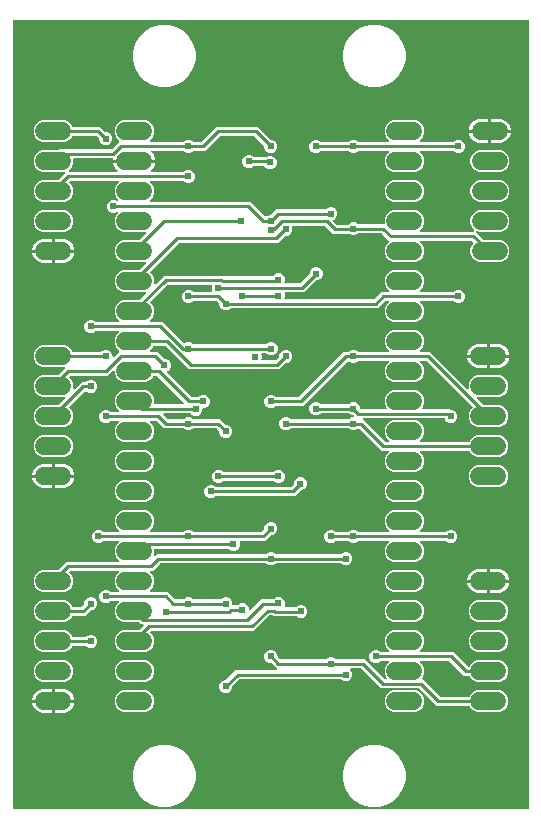
<source format=gbr>
G04 EAGLE Gerber RS-274X export*
G75*
%MOMM*%
%FSLAX34Y34*%
%LPD*%
%INBottom Copper*%
%IPPOS*%
%AMOC8*
5,1,8,0,0,1.08239X$1,22.5*%
G01*
G04 Define Apertures*
%ADD10C,1.524000*%
%ADD11C,0.604000*%
%ADD12C,0.254000*%
G36*
X446375Y10220D02*
X446078Y10160D01*
X10922Y10160D01*
X10647Y10211D01*
X10392Y10375D01*
X10220Y10625D01*
X10160Y10922D01*
X10160Y677928D01*
X10211Y678203D01*
X10375Y678458D01*
X10625Y678630D01*
X10922Y678690D01*
X446078Y678690D01*
X446353Y678639D01*
X446608Y678475D01*
X446780Y678225D01*
X446840Y677928D01*
X446840Y10922D01*
X446789Y10647D01*
X446625Y10392D01*
X446375Y10220D01*
G37*
%LPC*%
G36*
X312752Y621284D02*
X319708Y621284D01*
X326426Y623084D01*
X332450Y626562D01*
X337368Y631480D01*
X340846Y637504D01*
X342646Y644222D01*
X342646Y651178D01*
X340846Y657896D01*
X337368Y663920D01*
X332450Y668838D01*
X326426Y672316D01*
X319708Y674116D01*
X312752Y674116D01*
X306034Y672316D01*
X300010Y668838D01*
X295092Y663920D01*
X291614Y657896D01*
X289814Y651178D01*
X289814Y644222D01*
X291614Y637504D01*
X295092Y631480D01*
X300010Y626562D01*
X306034Y623084D01*
X312752Y621284D01*
G37*
G36*
X134952Y621284D02*
X141908Y621284D01*
X148626Y623084D01*
X154650Y626562D01*
X159568Y631480D01*
X163046Y637504D01*
X164846Y644222D01*
X164846Y651178D01*
X163046Y657896D01*
X159568Y663920D01*
X154650Y668838D01*
X148626Y672316D01*
X141908Y674116D01*
X134952Y674116D01*
X128234Y672316D01*
X122210Y668838D01*
X117292Y663920D01*
X113814Y657896D01*
X112014Y651178D01*
X112014Y644222D01*
X113814Y637504D01*
X117292Y631480D01*
X122210Y626562D01*
X128234Y623084D01*
X134952Y621284D01*
G37*
G36*
X396040Y585470D02*
X412550Y585470D01*
X412550Y594360D01*
X404179Y594360D01*
X400445Y592813D01*
X397587Y589955D01*
X396040Y586221D01*
X396040Y585470D01*
G37*
G36*
X415090Y585470D02*
X431600Y585470D01*
X431600Y586221D01*
X430053Y589955D01*
X427195Y592813D01*
X423461Y594360D01*
X415090Y594360D01*
X415090Y585470D01*
G37*
G36*
X87794Y572290D02*
X90006Y572290D01*
X92050Y573136D01*
X93614Y574701D01*
X94460Y576744D01*
X94460Y578956D01*
X93614Y581000D01*
X92050Y582564D01*
X90006Y583410D01*
X89044Y583410D01*
X88758Y583466D01*
X88505Y583633D01*
X84128Y588010D01*
X60898Y588010D01*
X60618Y588063D01*
X60364Y588229D01*
X60194Y588480D01*
X59822Y589380D01*
X57250Y591952D01*
X53889Y593344D01*
X35011Y593344D01*
X31650Y591952D01*
X29078Y589380D01*
X27686Y586019D01*
X27686Y582381D01*
X29078Y579020D01*
X31650Y576448D01*
X35011Y575056D01*
X53889Y575056D01*
X57250Y576448D01*
X59822Y579020D01*
X60194Y579920D01*
X60351Y580158D01*
X60601Y580330D01*
X60898Y580390D01*
X80656Y580390D01*
X80942Y580334D01*
X81195Y580167D01*
X83117Y578245D01*
X83280Y578003D01*
X83340Y577706D01*
X83340Y576744D01*
X84186Y574701D01*
X85751Y573136D01*
X87794Y572290D01*
G37*
G36*
X332191Y549656D02*
X351069Y549656D01*
X354430Y551048D01*
X357002Y553620D01*
X358394Y556981D01*
X358394Y560619D01*
X357002Y563980D01*
X354592Y566389D01*
X354439Y566609D01*
X354370Y566904D01*
X354420Y567203D01*
X354584Y567458D01*
X354834Y567630D01*
X355131Y567690D01*
X382981Y567690D01*
X383267Y567634D01*
X383520Y567467D01*
X384201Y566786D01*
X386244Y565940D01*
X388456Y565940D01*
X390500Y566786D01*
X392064Y568351D01*
X392910Y570394D01*
X392910Y572606D01*
X392064Y574650D01*
X390500Y576214D01*
X388456Y577060D01*
X386244Y577060D01*
X384201Y576214D01*
X383520Y575533D01*
X383279Y575370D01*
X382981Y575310D01*
X355131Y575310D01*
X354868Y575357D01*
X354610Y575516D01*
X354434Y575764D01*
X354369Y576060D01*
X354425Y576358D01*
X354592Y576611D01*
X357002Y579020D01*
X358394Y582381D01*
X358394Y586019D01*
X357002Y589380D01*
X354430Y591952D01*
X351069Y593344D01*
X332191Y593344D01*
X328830Y591952D01*
X326258Y589380D01*
X324866Y586019D01*
X324866Y582381D01*
X326258Y579020D01*
X328668Y576611D01*
X328821Y576391D01*
X328890Y576096D01*
X328840Y575797D01*
X328676Y575542D01*
X328426Y575370D01*
X328129Y575310D01*
X302819Y575310D01*
X302533Y575366D01*
X302280Y575533D01*
X301600Y576214D01*
X299556Y577060D01*
X297344Y577060D01*
X295301Y576214D01*
X294620Y575533D01*
X294379Y575370D01*
X294081Y575310D01*
X271069Y575310D01*
X270783Y575366D01*
X270530Y575533D01*
X269850Y576214D01*
X267806Y577060D01*
X265594Y577060D01*
X263551Y576214D01*
X261986Y574650D01*
X261140Y572606D01*
X261140Y570394D01*
X261986Y568351D01*
X263551Y566786D01*
X265594Y565940D01*
X267806Y565940D01*
X269850Y566786D01*
X270530Y567467D01*
X270771Y567630D01*
X271069Y567690D01*
X294081Y567690D01*
X294367Y567634D01*
X294620Y567467D01*
X295301Y566786D01*
X297344Y565940D01*
X299556Y565940D01*
X301600Y566786D01*
X302280Y567467D01*
X302521Y567630D01*
X302819Y567690D01*
X328129Y567690D01*
X328392Y567643D01*
X328650Y567484D01*
X328826Y567236D01*
X328891Y566940D01*
X328835Y566642D01*
X328668Y566389D01*
X326258Y563980D01*
X324866Y560619D01*
X324866Y556981D01*
X326258Y553620D01*
X328830Y551048D01*
X332191Y549656D01*
G37*
G36*
X103591Y321056D02*
X122469Y321056D01*
X125830Y322448D01*
X128402Y325020D01*
X129794Y328381D01*
X129794Y332019D01*
X128402Y335380D01*
X125992Y337789D01*
X125839Y338009D01*
X125770Y338304D01*
X125820Y338603D01*
X125984Y338858D01*
X126234Y339030D01*
X126531Y339090D01*
X131456Y339090D01*
X131742Y339034D01*
X131995Y338867D01*
X138122Y332740D01*
X154381Y332740D01*
X154667Y332684D01*
X154920Y332517D01*
X155601Y331836D01*
X157644Y330990D01*
X159856Y330990D01*
X161900Y331836D01*
X162580Y332517D01*
X162821Y332680D01*
X163119Y332740D01*
X182256Y332740D01*
X182542Y332684D01*
X182795Y332517D01*
X184717Y330595D01*
X184880Y330353D01*
X184940Y330056D01*
X184940Y329094D01*
X185786Y327051D01*
X187351Y325486D01*
X189394Y324640D01*
X191606Y324640D01*
X193650Y325486D01*
X195214Y327051D01*
X196060Y329094D01*
X196060Y331306D01*
X195214Y333350D01*
X193650Y334914D01*
X191606Y335760D01*
X190644Y335760D01*
X190358Y335816D01*
X190105Y335983D01*
X185728Y340360D01*
X163119Y340360D01*
X162833Y340416D01*
X162580Y340583D01*
X161900Y341264D01*
X159856Y342110D01*
X157644Y342110D01*
X155601Y341264D01*
X154920Y340583D01*
X154679Y340420D01*
X154381Y340360D01*
X141594Y340360D01*
X141308Y340416D01*
X141055Y340583D01*
X137499Y344139D01*
X137346Y344359D01*
X137276Y344654D01*
X137327Y344953D01*
X137490Y345208D01*
X137741Y345380D01*
X138038Y345440D01*
X160251Y345440D01*
X160537Y345384D01*
X160790Y345217D01*
X161951Y344056D01*
X163994Y343210D01*
X166206Y343210D01*
X168250Y344056D01*
X169814Y345621D01*
X170660Y347664D01*
X170660Y349278D01*
X170711Y349553D01*
X170875Y349808D01*
X171125Y349980D01*
X171422Y350040D01*
X172556Y350040D01*
X174600Y350886D01*
X176164Y352451D01*
X177010Y354494D01*
X177010Y356706D01*
X176164Y358750D01*
X174600Y360314D01*
X172556Y361160D01*
X170344Y361160D01*
X168301Y360314D01*
X167620Y359633D01*
X167379Y359470D01*
X167081Y359410D01*
X161210Y359410D01*
X160924Y359466D01*
X160671Y359633D01*
X140504Y379800D01*
X140349Y380025D01*
X140281Y380320D01*
X140335Y380619D01*
X140500Y380873D01*
X140752Y381043D01*
X141612Y381399D01*
X143176Y382963D01*
X144023Y385007D01*
X144023Y387219D01*
X143176Y389262D01*
X141612Y390826D01*
X139569Y391673D01*
X138606Y391673D01*
X138320Y391728D01*
X138068Y391896D01*
X132453Y397510D01*
X126531Y397510D01*
X126268Y397557D01*
X126010Y397716D01*
X125834Y397964D01*
X125769Y398260D01*
X125825Y398558D01*
X125992Y398811D01*
X128402Y401220D01*
X128774Y402120D01*
X128931Y402358D01*
X129181Y402530D01*
X129478Y402590D01*
X138640Y402590D01*
X138926Y402534D01*
X139179Y402367D01*
X158966Y382580D01*
X235568Y382580D01*
X240905Y387917D01*
X241147Y388080D01*
X241444Y388140D01*
X242406Y388140D01*
X244450Y388986D01*
X246014Y390551D01*
X246860Y392594D01*
X246860Y394806D01*
X246014Y396850D01*
X244450Y398414D01*
X242406Y399260D01*
X240194Y399260D01*
X238151Y398414D01*
X236586Y396850D01*
X235740Y394806D01*
X235740Y393844D01*
X235684Y393558D01*
X235517Y393305D01*
X232635Y390423D01*
X232393Y390260D01*
X232096Y390200D01*
X221074Y390200D01*
X220805Y390249D01*
X220548Y390410D01*
X220374Y390659D01*
X220312Y390956D01*
X220370Y391254D01*
X220726Y392114D01*
X220726Y394326D01*
X220370Y395186D01*
X220312Y395454D01*
X220363Y395753D01*
X220526Y396008D01*
X220776Y396180D01*
X221074Y396240D01*
X224457Y396240D01*
X224743Y396184D01*
X224996Y396017D01*
X225677Y395336D01*
X227720Y394490D01*
X229932Y394490D01*
X231976Y395336D01*
X233540Y396901D01*
X234386Y398944D01*
X234386Y401156D01*
X233540Y403200D01*
X231976Y404764D01*
X229932Y405610D01*
X227720Y405610D01*
X225677Y404764D01*
X224996Y404083D01*
X224755Y403920D01*
X224457Y403860D01*
X163119Y403860D01*
X162833Y403916D01*
X162580Y404083D01*
X161900Y404764D01*
X159856Y405610D01*
X157644Y405610D01*
X155465Y404707D01*
X155185Y404649D01*
X154887Y404705D01*
X154634Y404872D01*
X136597Y422910D01*
X126531Y422910D01*
X126268Y422957D01*
X126010Y423116D01*
X125834Y423364D01*
X125769Y423660D01*
X125825Y423958D01*
X125992Y424211D01*
X128402Y426620D01*
X129794Y429981D01*
X129794Y433619D01*
X128402Y436980D01*
X126539Y438843D01*
X126381Y439073D01*
X126316Y439370D01*
X126371Y439668D01*
X126539Y439921D01*
X140745Y454127D01*
X140987Y454290D01*
X141284Y454350D01*
X178242Y454350D01*
X178511Y454301D01*
X178768Y454140D01*
X178942Y453891D01*
X179004Y453594D01*
X178946Y453296D01*
X178590Y452436D01*
X178590Y450224D01*
X178946Y449364D01*
X179004Y449096D01*
X178953Y448797D01*
X178790Y448542D01*
X178540Y448370D01*
X178242Y448310D01*
X163119Y448310D01*
X162833Y448366D01*
X162580Y448533D01*
X161900Y449214D01*
X159856Y450060D01*
X157644Y450060D01*
X155601Y449214D01*
X154036Y447650D01*
X153190Y445606D01*
X153190Y443394D01*
X154036Y441351D01*
X155601Y439786D01*
X157644Y438940D01*
X159856Y438940D01*
X161900Y439786D01*
X162580Y440467D01*
X162821Y440630D01*
X163119Y440690D01*
X182256Y440690D01*
X182542Y440634D01*
X182795Y440467D01*
X184717Y438545D01*
X184880Y438303D01*
X184940Y438006D01*
X184940Y437044D01*
X185786Y435001D01*
X187351Y433436D01*
X189394Y432590D01*
X191606Y432590D01*
X193650Y433436D01*
X194330Y434117D01*
X194571Y434280D01*
X194869Y434340D01*
X319078Y434340D01*
X325205Y440467D01*
X325447Y440630D01*
X325744Y440690D01*
X328129Y440690D01*
X328392Y440643D01*
X328650Y440484D01*
X328826Y440236D01*
X328891Y439940D01*
X328835Y439642D01*
X328668Y439389D01*
X326258Y436980D01*
X324866Y433619D01*
X324866Y429981D01*
X326258Y426620D01*
X328830Y424048D01*
X332191Y422656D01*
X351069Y422656D01*
X354430Y424048D01*
X357002Y426620D01*
X358394Y429981D01*
X358394Y433619D01*
X357002Y436980D01*
X354592Y439389D01*
X354439Y439609D01*
X354370Y439904D01*
X354420Y440203D01*
X354584Y440458D01*
X354834Y440630D01*
X355131Y440690D01*
X382981Y440690D01*
X383267Y440634D01*
X383520Y440467D01*
X384201Y439786D01*
X386244Y438940D01*
X388456Y438940D01*
X390500Y439786D01*
X392064Y441351D01*
X392910Y443394D01*
X392910Y445606D01*
X392064Y447650D01*
X390500Y449214D01*
X388456Y450060D01*
X386244Y450060D01*
X384201Y449214D01*
X383520Y448533D01*
X383279Y448370D01*
X382981Y448310D01*
X355131Y448310D01*
X354868Y448357D01*
X354610Y448516D01*
X354434Y448764D01*
X354369Y449060D01*
X354425Y449358D01*
X354592Y449611D01*
X357002Y452020D01*
X358394Y455381D01*
X358394Y459019D01*
X357002Y462380D01*
X354430Y464952D01*
X351069Y466344D01*
X332191Y466344D01*
X328830Y464952D01*
X326258Y462380D01*
X324866Y459019D01*
X324866Y455381D01*
X326258Y452020D01*
X328668Y449611D01*
X328821Y449391D01*
X328890Y449096D01*
X328840Y448797D01*
X328676Y448542D01*
X328426Y448370D01*
X328129Y448310D01*
X322272Y448310D01*
X316145Y442183D01*
X315903Y442020D01*
X315606Y441960D01*
X240858Y441960D01*
X240589Y442009D01*
X240332Y442170D01*
X240158Y442419D01*
X240096Y442716D01*
X240154Y443014D01*
X240510Y443874D01*
X240510Y446086D01*
X240154Y446946D01*
X240096Y447214D01*
X240147Y447513D01*
X240310Y447768D01*
X240560Y447940D01*
X240858Y448000D01*
X256538Y448000D01*
X266305Y457767D01*
X266547Y457930D01*
X266844Y457990D01*
X268032Y457990D01*
X270076Y458836D01*
X271640Y460401D01*
X272486Y462444D01*
X272486Y464656D01*
X271640Y466700D01*
X270076Y468264D01*
X268032Y469110D01*
X265820Y469110D01*
X263777Y468264D01*
X262212Y466700D01*
X261366Y464656D01*
X261366Y463920D01*
X261310Y463634D01*
X261143Y463381D01*
X253605Y455843D01*
X253363Y455680D01*
X253066Y455620D01*
X240858Y455620D01*
X240589Y455669D01*
X240332Y455830D01*
X240158Y456079D01*
X240096Y456376D01*
X240154Y456674D01*
X240510Y457534D01*
X240510Y459746D01*
X239664Y461790D01*
X238100Y463354D01*
X236056Y464200D01*
X233844Y464200D01*
X231801Y463354D01*
X230191Y461744D01*
X230107Y461616D01*
X229857Y461444D01*
X229559Y461384D01*
X189459Y461384D01*
X189173Y461440D01*
X188920Y461607D01*
X188557Y461970D01*
X137812Y461970D01*
X131095Y455253D01*
X130875Y455100D01*
X130580Y455030D01*
X130281Y455081D01*
X130026Y455244D01*
X129854Y455495D01*
X129794Y455792D01*
X129794Y459019D01*
X128402Y462380D01*
X126539Y464243D01*
X126381Y464473D01*
X126316Y464770D01*
X126371Y465068D01*
X126539Y465321D01*
X150791Y489573D01*
X151033Y489736D01*
X151330Y489796D01*
X234834Y489796D01*
X240425Y495387D01*
X240667Y495550D01*
X240964Y495610D01*
X242406Y495610D01*
X244450Y496456D01*
X246014Y498021D01*
X246860Y500064D01*
X246860Y502276D01*
X246504Y503136D01*
X246446Y503404D01*
X246497Y503703D01*
X246660Y503958D01*
X246910Y504130D01*
X247208Y504190D01*
X274197Y504190D01*
X274483Y504134D01*
X274736Y503967D01*
X281343Y497360D01*
X294561Y497360D01*
X294847Y497304D01*
X295100Y497137D01*
X295301Y496936D01*
X297344Y496090D01*
X299556Y496090D01*
X301600Y496936D01*
X302280Y497617D01*
X302521Y497780D01*
X302819Y497840D01*
X321956Y497840D01*
X322242Y497784D01*
X322495Y497617D01*
X328756Y491356D01*
X328914Y491125D01*
X328979Y490829D01*
X328924Y490531D01*
X328756Y490278D01*
X326258Y487780D01*
X324866Y484419D01*
X324866Y480781D01*
X326258Y477420D01*
X328830Y474848D01*
X332191Y473456D01*
X351069Y473456D01*
X354430Y474848D01*
X357002Y477420D01*
X358394Y480781D01*
X358394Y484419D01*
X357002Y487780D01*
X354592Y490189D01*
X354439Y490409D01*
X354370Y490704D01*
X354420Y491003D01*
X354584Y491258D01*
X354834Y491430D01*
X355131Y491490D01*
X397881Y491490D01*
X398127Y491449D01*
X398389Y491296D01*
X399676Y490145D01*
X399864Y489885D01*
X399929Y489589D01*
X399874Y489291D01*
X399706Y489038D01*
X398448Y487780D01*
X397056Y484419D01*
X397056Y480781D01*
X398448Y477420D01*
X401020Y474848D01*
X404381Y473456D01*
X423259Y473456D01*
X426620Y474848D01*
X429192Y477420D01*
X430584Y480781D01*
X430584Y484419D01*
X429192Y487780D01*
X426620Y490352D01*
X423259Y491744D01*
X409606Y491744D01*
X409360Y491785D01*
X409098Y491938D01*
X402263Y498055D01*
X402232Y498084D01*
X402103Y498213D01*
X401953Y498427D01*
X401881Y498721D01*
X401929Y499021D01*
X402091Y499277D01*
X402339Y499451D01*
X402636Y499513D01*
X402934Y499456D01*
X404381Y498856D01*
X423259Y498856D01*
X426620Y500248D01*
X429192Y502820D01*
X430584Y506181D01*
X430584Y509819D01*
X429192Y513180D01*
X426620Y515752D01*
X423259Y517144D01*
X404381Y517144D01*
X401020Y515752D01*
X398448Y513180D01*
X397056Y509819D01*
X397056Y506181D01*
X398448Y502820D01*
X400815Y500454D01*
X400949Y500272D01*
X401035Y499981D01*
X401001Y499680D01*
X400852Y499416D01*
X400611Y499231D01*
X400318Y499154D01*
X399543Y499111D01*
X399501Y499110D01*
X355131Y499110D01*
X354868Y499157D01*
X354610Y499316D01*
X354434Y499564D01*
X354369Y499860D01*
X354425Y500158D01*
X354592Y500411D01*
X357002Y502820D01*
X358394Y506181D01*
X358394Y509819D01*
X357002Y513180D01*
X354430Y515752D01*
X351069Y517144D01*
X332191Y517144D01*
X328830Y515752D01*
X326258Y513180D01*
X324866Y509819D01*
X324866Y506222D01*
X324815Y505947D01*
X324651Y505692D01*
X324401Y505520D01*
X324104Y505460D01*
X302819Y505460D01*
X302533Y505516D01*
X302280Y505683D01*
X301600Y506364D01*
X299556Y507210D01*
X297344Y507210D01*
X295301Y506364D01*
X294140Y505203D01*
X293899Y505040D01*
X293601Y504980D01*
X284815Y504980D01*
X284529Y505036D01*
X284276Y505203D01*
X281442Y508037D01*
X281286Y508262D01*
X281219Y508558D01*
X281272Y508856D01*
X281438Y509111D01*
X281689Y509280D01*
X282550Y509636D01*
X284114Y511201D01*
X284960Y513244D01*
X284960Y515456D01*
X284114Y517500D01*
X282550Y519064D01*
X280506Y519910D01*
X278294Y519910D01*
X276251Y519064D01*
X275570Y518383D01*
X275329Y518220D01*
X275031Y518160D01*
X233372Y518160D01*
X228995Y513783D01*
X228753Y513620D01*
X228456Y513560D01*
X227494Y513560D01*
X225451Y512714D01*
X224770Y512033D01*
X224529Y511870D01*
X224231Y511810D01*
X224144Y511810D01*
X223858Y511866D01*
X223605Y512033D01*
X211128Y524510D01*
X126531Y524510D01*
X126268Y524557D01*
X126010Y524716D01*
X125834Y524964D01*
X125769Y525260D01*
X125825Y525558D01*
X125992Y525811D01*
X128402Y528220D01*
X129794Y531581D01*
X129794Y535219D01*
X128402Y538580D01*
X125992Y540989D01*
X125839Y541209D01*
X125770Y541504D01*
X125820Y541803D01*
X125984Y542058D01*
X126234Y542230D01*
X126531Y542290D01*
X154381Y542290D01*
X154667Y542234D01*
X154920Y542067D01*
X155601Y541386D01*
X157644Y540540D01*
X159856Y540540D01*
X161900Y541386D01*
X163464Y542951D01*
X164310Y544994D01*
X164310Y547206D01*
X163464Y549250D01*
X161900Y550814D01*
X159856Y551660D01*
X157644Y551660D01*
X155601Y550814D01*
X154920Y550133D01*
X154679Y549970D01*
X154381Y549910D01*
X127968Y549910D01*
X127705Y549957D01*
X127447Y550116D01*
X127271Y550364D01*
X127206Y550660D01*
X127262Y550958D01*
X127429Y551211D01*
X129263Y553045D01*
X130810Y556779D01*
X130810Y557530D01*
X95250Y557530D01*
X95250Y556779D01*
X96797Y553045D01*
X98631Y551211D01*
X98784Y550991D01*
X98854Y550696D01*
X98803Y550397D01*
X98639Y550142D01*
X98389Y549970D01*
X98092Y549910D01*
X57951Y549910D01*
X57688Y549957D01*
X57430Y550116D01*
X57254Y550364D01*
X57189Y550660D01*
X57245Y550958D01*
X57412Y551211D01*
X59822Y553620D01*
X61214Y556981D01*
X61214Y560578D01*
X61265Y560853D01*
X61429Y561108D01*
X61679Y561280D01*
X61976Y561340D01*
X94488Y561340D01*
X94763Y561289D01*
X95018Y561125D01*
X95190Y560875D01*
X95250Y560578D01*
X95250Y560070D01*
X130810Y560070D01*
X130810Y560821D01*
X129263Y564555D01*
X127429Y566389D01*
X127276Y566609D01*
X127206Y566904D01*
X127257Y567203D01*
X127421Y567458D01*
X127671Y567630D01*
X127968Y567690D01*
X154381Y567690D01*
X154667Y567634D01*
X154920Y567467D01*
X155601Y566786D01*
X157644Y565940D01*
X159856Y565940D01*
X161900Y566786D01*
X162580Y567467D01*
X162821Y567630D01*
X163119Y567690D01*
X173028Y567690D01*
X185505Y580167D01*
X185747Y580330D01*
X186044Y580390D01*
X214006Y580390D01*
X214292Y580334D01*
X214545Y580167D01*
X222817Y571895D01*
X222980Y571653D01*
X223040Y571356D01*
X223040Y570394D01*
X223886Y568351D01*
X225451Y566786D01*
X227494Y565940D01*
X229706Y565940D01*
X231750Y566786D01*
X233314Y568351D01*
X234160Y570394D01*
X234160Y572606D01*
X233314Y574650D01*
X231750Y576214D01*
X229706Y577060D01*
X228744Y577060D01*
X228458Y577116D01*
X228205Y577283D01*
X217478Y588010D01*
X182572Y588010D01*
X170095Y575533D01*
X169853Y575370D01*
X169556Y575310D01*
X163119Y575310D01*
X162833Y575366D01*
X162580Y575533D01*
X161900Y576214D01*
X159856Y577060D01*
X157644Y577060D01*
X155601Y576214D01*
X154920Y575533D01*
X154679Y575370D01*
X154381Y575310D01*
X126531Y575310D01*
X126268Y575357D01*
X126010Y575516D01*
X125834Y575764D01*
X125769Y576060D01*
X125825Y576358D01*
X125992Y576611D01*
X128402Y579020D01*
X129794Y582381D01*
X129794Y586019D01*
X128402Y589380D01*
X125830Y591952D01*
X122469Y593344D01*
X103591Y593344D01*
X100230Y591952D01*
X97658Y589380D01*
X96266Y586019D01*
X96266Y582381D01*
X97658Y579020D01*
X100156Y576522D01*
X100314Y576292D01*
X100379Y575995D01*
X100324Y575697D01*
X100156Y575444D01*
X93895Y569183D01*
X93653Y569020D01*
X93356Y568960D01*
X49222Y568960D01*
X48429Y568167D01*
X48187Y568004D01*
X47890Y567944D01*
X35011Y567944D01*
X31650Y566552D01*
X29078Y563980D01*
X27686Y560619D01*
X27686Y556981D01*
X29078Y553620D01*
X31650Y551048D01*
X35011Y549656D01*
X53478Y549656D01*
X53742Y549609D01*
X54000Y549450D01*
X54175Y549202D01*
X54240Y548906D01*
X54185Y548608D01*
X54017Y548355D01*
X48429Y542767D01*
X48187Y542604D01*
X47890Y542544D01*
X35011Y542544D01*
X31650Y541152D01*
X29078Y538580D01*
X27686Y535219D01*
X27686Y531581D01*
X29078Y528220D01*
X31650Y525648D01*
X35011Y524256D01*
X53889Y524256D01*
X57250Y525648D01*
X59822Y528220D01*
X61214Y531581D01*
X61214Y535219D01*
X59822Y538580D01*
X57959Y540443D01*
X57801Y540673D01*
X57736Y540970D01*
X57791Y541268D01*
X57959Y541521D01*
X58505Y542067D01*
X58747Y542230D01*
X59044Y542290D01*
X99529Y542290D01*
X99792Y542243D01*
X100050Y542084D01*
X100226Y541836D01*
X100291Y541540D01*
X100235Y541242D01*
X100068Y540989D01*
X97658Y538580D01*
X96266Y535219D01*
X96266Y531581D01*
X97658Y528220D01*
X99217Y526662D01*
X99367Y526448D01*
X99439Y526153D01*
X99391Y525854D01*
X99229Y525597D01*
X98980Y525424D01*
X98684Y525361D01*
X98386Y525419D01*
X96356Y526260D01*
X94144Y526260D01*
X92101Y525414D01*
X90536Y523850D01*
X89690Y521806D01*
X89690Y519594D01*
X90536Y517551D01*
X92101Y515986D01*
X94144Y515140D01*
X96356Y515140D01*
X98386Y515981D01*
X98641Y516038D01*
X98941Y515992D01*
X99199Y515833D01*
X99375Y515585D01*
X99440Y515289D01*
X99384Y514991D01*
X99217Y514738D01*
X97658Y513180D01*
X96266Y509819D01*
X96266Y506181D01*
X97658Y502820D01*
X100230Y500248D01*
X103591Y498856D01*
X122058Y498856D01*
X122322Y498809D01*
X122580Y498650D01*
X122755Y498402D01*
X122820Y498106D01*
X122765Y497808D01*
X122597Y497555D01*
X117009Y491967D01*
X116767Y491804D01*
X116470Y491744D01*
X103591Y491744D01*
X100230Y490352D01*
X97658Y487780D01*
X96266Y484419D01*
X96266Y480781D01*
X97658Y477420D01*
X100230Y474848D01*
X103591Y473456D01*
X122058Y473456D01*
X122322Y473409D01*
X122580Y473250D01*
X122755Y473002D01*
X122820Y472706D01*
X122765Y472408D01*
X122597Y472155D01*
X117009Y466567D01*
X116767Y466404D01*
X116470Y466344D01*
X103591Y466344D01*
X100230Y464952D01*
X97658Y462380D01*
X96266Y459019D01*
X96266Y455381D01*
X97658Y452020D01*
X100230Y449448D01*
X103591Y448056D01*
X122058Y448056D01*
X122322Y448009D01*
X122580Y447850D01*
X122755Y447602D01*
X122820Y447306D01*
X122765Y447008D01*
X122597Y446755D01*
X117009Y441167D01*
X116767Y441004D01*
X116470Y440944D01*
X103591Y440944D01*
X100230Y439552D01*
X97658Y436980D01*
X96266Y433619D01*
X96266Y429981D01*
X97658Y426620D01*
X100068Y424211D01*
X100221Y423991D01*
X100290Y423696D01*
X100240Y423397D01*
X100076Y423142D01*
X99826Y422970D01*
X99529Y422910D01*
X80569Y422910D01*
X80283Y422966D01*
X80030Y423133D01*
X79350Y423814D01*
X77306Y424660D01*
X75094Y424660D01*
X73051Y423814D01*
X71486Y422250D01*
X70640Y420206D01*
X70640Y417994D01*
X71486Y415951D01*
X73051Y414386D01*
X75094Y413540D01*
X77306Y413540D01*
X79350Y414386D01*
X80030Y415067D01*
X80271Y415230D01*
X80569Y415290D01*
X99529Y415290D01*
X99792Y415243D01*
X100050Y415084D01*
X100226Y414836D01*
X100291Y414540D01*
X100235Y414242D01*
X100068Y413989D01*
X97658Y411580D01*
X96266Y408219D01*
X96266Y404581D01*
X97658Y401220D01*
X100156Y398722D01*
X100314Y398492D01*
X100379Y398195D01*
X100324Y397897D01*
X100156Y397644D01*
X95761Y393249D01*
X95541Y393096D01*
X95246Y393026D01*
X94947Y393077D01*
X94692Y393240D01*
X94520Y393491D01*
X94460Y393788D01*
X94460Y394806D01*
X93614Y396850D01*
X92050Y398414D01*
X90006Y399260D01*
X87794Y399260D01*
X85751Y398414D01*
X85070Y397733D01*
X84829Y397570D01*
X84531Y397510D01*
X60898Y397510D01*
X60618Y397563D01*
X60364Y397729D01*
X60194Y397980D01*
X59822Y398880D01*
X57250Y401452D01*
X53889Y402844D01*
X35011Y402844D01*
X31650Y401452D01*
X29078Y398880D01*
X27686Y395519D01*
X27686Y391881D01*
X29078Y388520D01*
X31650Y385948D01*
X35011Y384556D01*
X53478Y384556D01*
X53742Y384509D01*
X54000Y384350D01*
X54175Y384102D01*
X54240Y383806D01*
X54185Y383508D01*
X54017Y383255D01*
X48429Y377667D01*
X48187Y377504D01*
X47890Y377444D01*
X35011Y377444D01*
X31650Y376052D01*
X29078Y373480D01*
X27686Y370119D01*
X27686Y366481D01*
X29078Y363120D01*
X31650Y360548D01*
X35011Y359156D01*
X53478Y359156D01*
X53742Y359109D01*
X54000Y358950D01*
X54175Y358702D01*
X54240Y358406D01*
X54185Y358108D01*
X54017Y357855D01*
X48429Y352267D01*
X48187Y352104D01*
X47890Y352044D01*
X35011Y352044D01*
X31650Y350652D01*
X29078Y348080D01*
X27686Y344719D01*
X27686Y341081D01*
X29078Y337720D01*
X31650Y335148D01*
X35011Y333756D01*
X53889Y333756D01*
X57250Y335148D01*
X59822Y337720D01*
X61214Y341081D01*
X61214Y344719D01*
X59822Y348080D01*
X57959Y349943D01*
X57801Y350173D01*
X57736Y350470D01*
X57791Y350768D01*
X57959Y351021D01*
X71205Y364267D01*
X71447Y364430D01*
X71744Y364490D01*
X71831Y364490D01*
X72117Y364434D01*
X72370Y364267D01*
X73051Y363586D01*
X75094Y362740D01*
X77306Y362740D01*
X79350Y363586D01*
X80914Y365151D01*
X81760Y367194D01*
X81760Y369406D01*
X80914Y371450D01*
X79350Y373014D01*
X77306Y373860D01*
X75094Y373860D01*
X73051Y373014D01*
X72370Y372333D01*
X72129Y372170D01*
X71831Y372110D01*
X68272Y372110D01*
X62515Y366353D01*
X62295Y366200D01*
X62000Y366130D01*
X61701Y366181D01*
X61446Y366344D01*
X61274Y366595D01*
X61214Y366892D01*
X61214Y370119D01*
X59822Y373480D01*
X57959Y375343D01*
X57801Y375573D01*
X57736Y375870D01*
X57791Y376168D01*
X57959Y376421D01*
X58505Y376967D01*
X58747Y377130D01*
X59044Y377190D01*
X90478Y377190D01*
X94965Y381677D01*
X95185Y381830D01*
X95480Y381900D01*
X95779Y381849D01*
X96034Y381686D01*
X96206Y381435D01*
X96266Y381138D01*
X96266Y379181D01*
X97658Y375820D01*
X100230Y373248D01*
X103591Y371856D01*
X122469Y371856D01*
X125830Y373248D01*
X128402Y375820D01*
X128774Y376720D01*
X128931Y376958D01*
X129181Y377130D01*
X129478Y377190D01*
X132022Y377190D01*
X132308Y377134D01*
X132561Y376967D01*
X155167Y354361D01*
X155320Y354141D01*
X155390Y353846D01*
X155339Y353547D01*
X155176Y353292D01*
X154925Y353120D01*
X154628Y353060D01*
X130556Y353060D01*
X130281Y353111D01*
X130026Y353275D01*
X129854Y353525D01*
X129794Y353822D01*
X129794Y357419D01*
X128402Y360780D01*
X125830Y363352D01*
X122469Y364744D01*
X103591Y364744D01*
X100230Y363352D01*
X97658Y360780D01*
X96266Y357419D01*
X96266Y353781D01*
X97658Y350420D01*
X100068Y348011D01*
X100221Y347791D01*
X100290Y347496D01*
X100240Y347197D01*
X100076Y346942D01*
X99826Y346770D01*
X99529Y346710D01*
X93269Y346710D01*
X92983Y346766D01*
X92730Y346933D01*
X92050Y347614D01*
X90006Y348460D01*
X87794Y348460D01*
X85751Y347614D01*
X84186Y346050D01*
X83340Y344006D01*
X83340Y341794D01*
X84186Y339751D01*
X85751Y338186D01*
X87794Y337340D01*
X90006Y337340D01*
X92050Y338186D01*
X92730Y338867D01*
X92971Y339030D01*
X93269Y339090D01*
X99529Y339090D01*
X99792Y339043D01*
X100050Y338884D01*
X100226Y338636D01*
X100291Y338340D01*
X100235Y338042D01*
X100068Y337789D01*
X97658Y335380D01*
X96266Y332019D01*
X96266Y328381D01*
X97658Y325020D01*
X100230Y322448D01*
X103591Y321056D01*
G37*
G36*
X404179Y574040D02*
X412550Y574040D01*
X412550Y582930D01*
X396040Y582930D01*
X396040Y582179D01*
X397587Y578445D01*
X400445Y575587D01*
X404179Y574040D01*
G37*
G36*
X415090Y574040D02*
X423461Y574040D01*
X427195Y575587D01*
X430053Y578445D01*
X431600Y582179D01*
X431600Y582930D01*
X415090Y582930D01*
X415090Y574040D01*
G37*
G36*
X404381Y549656D02*
X423259Y549656D01*
X426620Y551048D01*
X429192Y553620D01*
X430584Y556981D01*
X430584Y560619D01*
X429192Y563980D01*
X426620Y566552D01*
X423259Y567944D01*
X404381Y567944D01*
X401020Y566552D01*
X398448Y563980D01*
X397056Y560619D01*
X397056Y556981D01*
X398448Y553620D01*
X401020Y551048D01*
X404381Y549656D01*
G37*
G36*
X226760Y552280D02*
X228972Y552280D01*
X231016Y553126D01*
X232580Y554691D01*
X233426Y556734D01*
X233426Y558946D01*
X232580Y560990D01*
X231016Y562554D01*
X228972Y563400D01*
X226760Y563400D01*
X224993Y562668D01*
X224701Y562610D01*
X214399Y562610D01*
X214113Y562666D01*
X213860Y562833D01*
X213180Y563514D01*
X211136Y564360D01*
X208924Y564360D01*
X206881Y563514D01*
X205316Y561950D01*
X204470Y559906D01*
X204470Y557694D01*
X205316Y555651D01*
X206881Y554086D01*
X208924Y553240D01*
X211136Y553240D01*
X213180Y554086D01*
X213860Y554767D01*
X214101Y554930D01*
X214399Y554990D01*
X222537Y554990D01*
X222823Y554934D01*
X223076Y554767D01*
X224717Y553126D01*
X226760Y552280D01*
G37*
G36*
X404381Y524256D02*
X423259Y524256D01*
X426620Y525648D01*
X429192Y528220D01*
X430584Y531581D01*
X430584Y535219D01*
X429192Y538580D01*
X426620Y541152D01*
X423259Y542544D01*
X404381Y542544D01*
X401020Y541152D01*
X398448Y538580D01*
X397056Y535219D01*
X397056Y531581D01*
X398448Y528220D01*
X401020Y525648D01*
X404381Y524256D01*
G37*
G36*
X332191Y524256D02*
X351069Y524256D01*
X354430Y525648D01*
X357002Y528220D01*
X358394Y531581D01*
X358394Y535219D01*
X357002Y538580D01*
X354430Y541152D01*
X351069Y542544D01*
X332191Y542544D01*
X328830Y541152D01*
X326258Y538580D01*
X324866Y535219D01*
X324866Y531581D01*
X326258Y528220D01*
X328830Y525648D01*
X332191Y524256D01*
G37*
G36*
X35011Y498856D02*
X53889Y498856D01*
X57250Y500248D01*
X59822Y502820D01*
X61214Y506181D01*
X61214Y509819D01*
X59822Y513180D01*
X57250Y515752D01*
X53889Y517144D01*
X35011Y517144D01*
X31650Y515752D01*
X29078Y513180D01*
X27686Y509819D01*
X27686Y506181D01*
X29078Y502820D01*
X31650Y500248D01*
X35011Y498856D01*
G37*
G36*
X26670Y483870D02*
X43180Y483870D01*
X43180Y492760D01*
X34809Y492760D01*
X31075Y491213D01*
X28217Y488355D01*
X26670Y484621D01*
X26670Y483870D01*
G37*
G36*
X45720Y483870D02*
X62230Y483870D01*
X62230Y484621D01*
X60683Y488355D01*
X57825Y491213D01*
X54091Y492760D01*
X45720Y492760D01*
X45720Y483870D01*
G37*
G36*
X45720Y472440D02*
X54091Y472440D01*
X57825Y473987D01*
X60683Y476845D01*
X62230Y480579D01*
X62230Y481330D01*
X45720Y481330D01*
X45720Y472440D01*
G37*
G36*
X34809Y472440D02*
X43180Y472440D01*
X43180Y481330D01*
X26670Y481330D01*
X26670Y480579D01*
X28217Y476845D01*
X31075Y473987D01*
X34809Y472440D01*
G37*
G36*
X403311Y333756D02*
X422189Y333756D01*
X425550Y335148D01*
X428122Y337720D01*
X429514Y341081D01*
X429514Y344719D01*
X428122Y348080D01*
X425550Y350652D01*
X422189Y352044D01*
X409310Y352044D01*
X409024Y352100D01*
X408771Y352267D01*
X403183Y357855D01*
X403030Y358075D01*
X402960Y358370D01*
X403011Y358669D01*
X403174Y358924D01*
X403425Y359096D01*
X403722Y359156D01*
X422189Y359156D01*
X425550Y360548D01*
X428122Y363120D01*
X429514Y366481D01*
X429514Y370119D01*
X428122Y373480D01*
X425550Y376052D01*
X422189Y377444D01*
X403311Y377444D01*
X399950Y376052D01*
X397378Y373480D01*
X395986Y370119D01*
X395986Y366892D01*
X395939Y366628D01*
X395780Y366370D01*
X395532Y366195D01*
X395236Y366130D01*
X394938Y366185D01*
X394685Y366353D01*
X363528Y397510D01*
X355131Y397510D01*
X354868Y397557D01*
X354610Y397716D01*
X354434Y397964D01*
X354369Y398260D01*
X354425Y398558D01*
X354592Y398811D01*
X357002Y401220D01*
X358394Y404581D01*
X358394Y408219D01*
X357002Y411580D01*
X354430Y414152D01*
X351069Y415544D01*
X332191Y415544D01*
X328830Y414152D01*
X326258Y411580D01*
X324866Y408219D01*
X324866Y404581D01*
X326258Y401220D01*
X328668Y398811D01*
X328821Y398591D01*
X328890Y398296D01*
X328840Y397997D01*
X328676Y397742D01*
X328426Y397570D01*
X328129Y397510D01*
X302819Y397510D01*
X302533Y397566D01*
X302280Y397733D01*
X301600Y398414D01*
X299556Y399260D01*
X297344Y399260D01*
X295301Y398414D01*
X294620Y397733D01*
X294379Y397570D01*
X294081Y397510D01*
X290522Y397510D01*
X252645Y359633D01*
X252403Y359470D01*
X252106Y359410D01*
X232969Y359410D01*
X232683Y359466D01*
X232430Y359633D01*
X231750Y360314D01*
X229706Y361160D01*
X227494Y361160D01*
X225451Y360314D01*
X223886Y358750D01*
X223040Y356706D01*
X223040Y354494D01*
X223886Y352451D01*
X225451Y350886D01*
X227494Y350040D01*
X229706Y350040D01*
X231750Y350886D01*
X232430Y351567D01*
X232671Y351730D01*
X232969Y351790D01*
X255578Y351790D01*
X293455Y389667D01*
X293697Y389830D01*
X293994Y389890D01*
X294081Y389890D01*
X294367Y389834D01*
X294620Y389667D01*
X295301Y388986D01*
X297344Y388140D01*
X299556Y388140D01*
X301600Y388986D01*
X302280Y389667D01*
X302521Y389830D01*
X302819Y389890D01*
X328129Y389890D01*
X328392Y389843D01*
X328650Y389684D01*
X328826Y389436D01*
X328891Y389140D01*
X328835Y388842D01*
X328668Y388589D01*
X326258Y386180D01*
X324866Y382819D01*
X324866Y379181D01*
X326258Y375820D01*
X328830Y373248D01*
X332191Y371856D01*
X351069Y371856D01*
X354430Y373248D01*
X357002Y375820D01*
X358394Y379181D01*
X358394Y382819D01*
X357002Y386180D01*
X354592Y388589D01*
X354439Y388809D01*
X354370Y389104D01*
X354420Y389403D01*
X354584Y389658D01*
X354834Y389830D01*
X355131Y389890D01*
X360056Y389890D01*
X360342Y389834D01*
X360595Y389667D01*
X399241Y351021D01*
X399399Y350790D01*
X399464Y350494D01*
X399409Y350196D01*
X399241Y349943D01*
X397378Y348080D01*
X395986Y344719D01*
X395986Y341081D01*
X397378Y337720D01*
X399950Y335148D01*
X403311Y333756D01*
G37*
G36*
X414020Y394970D02*
X430530Y394970D01*
X430530Y395721D01*
X428983Y399455D01*
X426125Y402313D01*
X422391Y403860D01*
X414020Y403860D01*
X414020Y394970D01*
G37*
G36*
X394970Y394970D02*
X411480Y394970D01*
X411480Y403860D01*
X403109Y403860D01*
X399375Y402313D01*
X396517Y399455D01*
X394970Y395721D01*
X394970Y394970D01*
G37*
G36*
X414020Y383540D02*
X422391Y383540D01*
X426125Y385087D01*
X428983Y387945D01*
X430530Y391679D01*
X430530Y392430D01*
X414020Y392430D01*
X414020Y383540D01*
G37*
G36*
X403109Y383540D02*
X411480Y383540D01*
X411480Y392430D01*
X394970Y392430D01*
X394970Y391679D01*
X396517Y387945D01*
X399375Y385087D01*
X403109Y383540D01*
G37*
G36*
X332191Y295656D02*
X351069Y295656D01*
X354430Y297048D01*
X357002Y299620D01*
X358394Y302981D01*
X358394Y306619D01*
X357002Y309980D01*
X354592Y312389D01*
X354439Y312609D01*
X354370Y312904D01*
X354420Y313203D01*
X354584Y313458D01*
X354834Y313630D01*
X355131Y313690D01*
X396302Y313690D01*
X396582Y313637D01*
X396836Y313471D01*
X397006Y313220D01*
X397378Y312320D01*
X399950Y309748D01*
X403311Y308356D01*
X422189Y308356D01*
X425550Y309748D01*
X428122Y312320D01*
X429514Y315681D01*
X429514Y319319D01*
X428122Y322680D01*
X425550Y325252D01*
X422189Y326644D01*
X403311Y326644D01*
X399950Y325252D01*
X397378Y322680D01*
X397006Y321780D01*
X396849Y321542D01*
X396599Y321370D01*
X396302Y321310D01*
X355131Y321310D01*
X354868Y321357D01*
X354610Y321516D01*
X354434Y321764D01*
X354369Y322060D01*
X354425Y322358D01*
X354592Y322611D01*
X357002Y325020D01*
X358394Y328381D01*
X358394Y332019D01*
X357002Y335380D01*
X354430Y337952D01*
X351069Y339344D01*
X332191Y339344D01*
X328830Y337952D01*
X326258Y335380D01*
X324866Y332019D01*
X324866Y328381D01*
X326258Y325020D01*
X328668Y322611D01*
X328821Y322391D01*
X328890Y322096D01*
X328840Y321797D01*
X328676Y321542D01*
X328426Y321370D01*
X328129Y321310D01*
X325744Y321310D01*
X325458Y321366D01*
X325205Y321533D01*
X306663Y340075D01*
X306510Y340295D01*
X306440Y340590D01*
X306491Y340889D01*
X306654Y341144D01*
X306905Y341316D01*
X307202Y341376D01*
X375104Y341376D01*
X375384Y341323D01*
X375639Y341157D01*
X375808Y340906D01*
X376286Y339751D01*
X377851Y338186D01*
X379894Y337340D01*
X382106Y337340D01*
X384150Y338186D01*
X385714Y339751D01*
X386560Y341794D01*
X386560Y344006D01*
X385714Y346050D01*
X384150Y347614D01*
X382106Y348460D01*
X381144Y348460D01*
X380858Y348516D01*
X380605Y348683D01*
X380292Y348996D01*
X357417Y348996D01*
X357154Y349043D01*
X356896Y349202D01*
X356720Y349450D01*
X356655Y349746D01*
X356711Y350044D01*
X356878Y350297D01*
X357002Y350420D01*
X358394Y353781D01*
X358394Y357419D01*
X357002Y360780D01*
X354430Y363352D01*
X351069Y364744D01*
X332191Y364744D01*
X328830Y363352D01*
X326258Y360780D01*
X324866Y357419D01*
X324866Y353781D01*
X326258Y350420D01*
X326382Y350297D01*
X326535Y350077D01*
X326604Y349782D01*
X326554Y349483D01*
X326390Y349228D01*
X326140Y349056D01*
X325843Y348996D01*
X304772Y348996D01*
X304497Y349047D01*
X304242Y349211D01*
X304070Y349461D01*
X304010Y349758D01*
X304010Y350356D01*
X303164Y352400D01*
X301600Y353964D01*
X299556Y354810D01*
X297344Y354810D01*
X295301Y353964D01*
X294620Y353283D01*
X294379Y353120D01*
X294081Y353060D01*
X271069Y353060D01*
X270783Y353116D01*
X270530Y353283D01*
X269850Y353964D01*
X267806Y354810D01*
X265594Y354810D01*
X263551Y353964D01*
X261986Y352400D01*
X261140Y350356D01*
X261140Y348144D01*
X261986Y346101D01*
X263551Y344536D01*
X265594Y343690D01*
X267806Y343690D01*
X269850Y344536D01*
X270530Y345217D01*
X270771Y345380D01*
X271069Y345440D01*
X294081Y345440D01*
X294367Y345384D01*
X294620Y345217D01*
X295301Y344536D01*
X297344Y343690D01*
X298306Y343690D01*
X298592Y343634D01*
X298845Y343467D01*
X298901Y343411D01*
X299054Y343191D01*
X299124Y342896D01*
X299073Y342597D01*
X298910Y342342D01*
X298659Y342170D01*
X298362Y342110D01*
X297344Y342110D01*
X295301Y341264D01*
X294620Y340583D01*
X294379Y340420D01*
X294081Y340360D01*
X245669Y340360D01*
X245383Y340416D01*
X245130Y340583D01*
X244450Y341264D01*
X242406Y342110D01*
X240194Y342110D01*
X238151Y341264D01*
X236586Y339700D01*
X235740Y337656D01*
X235740Y335444D01*
X236586Y333401D01*
X238151Y331836D01*
X240194Y330990D01*
X242406Y330990D01*
X244450Y331836D01*
X245130Y332517D01*
X245371Y332680D01*
X245669Y332740D01*
X294081Y332740D01*
X294367Y332684D01*
X294620Y332517D01*
X295301Y331836D01*
X297344Y330990D01*
X299556Y330990D01*
X301600Y331836D01*
X302280Y332517D01*
X302521Y332680D01*
X302819Y332740D01*
X302906Y332740D01*
X303192Y332684D01*
X303445Y332517D01*
X322272Y313690D01*
X328129Y313690D01*
X328392Y313643D01*
X328650Y313484D01*
X328826Y313236D01*
X328891Y312940D01*
X328835Y312642D01*
X328668Y312389D01*
X326258Y309980D01*
X324866Y306619D01*
X324866Y302981D01*
X326258Y299620D01*
X328830Y297048D01*
X332191Y295656D01*
G37*
G36*
X35011Y308356D02*
X53889Y308356D01*
X57250Y309748D01*
X59822Y312320D01*
X61214Y315681D01*
X61214Y319319D01*
X59822Y322680D01*
X57250Y325252D01*
X53889Y326644D01*
X35011Y326644D01*
X31650Y325252D01*
X29078Y322680D01*
X27686Y319319D01*
X27686Y315681D01*
X29078Y312320D01*
X31650Y309748D01*
X35011Y308356D01*
G37*
G36*
X103591Y295656D02*
X122469Y295656D01*
X125830Y297048D01*
X128402Y299620D01*
X129794Y302981D01*
X129794Y306619D01*
X128402Y309980D01*
X125830Y312552D01*
X122469Y313944D01*
X103591Y313944D01*
X100230Y312552D01*
X97658Y309980D01*
X96266Y306619D01*
X96266Y302981D01*
X97658Y299620D01*
X100230Y297048D01*
X103591Y295656D01*
G37*
G36*
X26670Y293370D02*
X43180Y293370D01*
X43180Y302260D01*
X34809Y302260D01*
X31075Y300713D01*
X28217Y297855D01*
X26670Y294121D01*
X26670Y293370D01*
G37*
G36*
X45720Y293370D02*
X62230Y293370D01*
X62230Y294121D01*
X60683Y297855D01*
X57825Y300713D01*
X54091Y302260D01*
X45720Y302260D01*
X45720Y293370D01*
G37*
G36*
X403311Y282956D02*
X422189Y282956D01*
X425550Y284348D01*
X428122Y286920D01*
X429514Y290281D01*
X429514Y293919D01*
X428122Y297280D01*
X425550Y299852D01*
X422189Y301244D01*
X403311Y301244D01*
X399950Y299852D01*
X397378Y297280D01*
X395986Y293919D01*
X395986Y290281D01*
X397378Y286920D01*
X399950Y284348D01*
X403311Y282956D01*
G37*
G36*
X183044Y286540D02*
X185256Y286540D01*
X187300Y287386D01*
X187980Y288067D01*
X188221Y288230D01*
X188519Y288290D01*
X230581Y288290D01*
X230867Y288234D01*
X231120Y288067D01*
X231801Y287386D01*
X233844Y286540D01*
X236056Y286540D01*
X238100Y287386D01*
X239664Y288951D01*
X240510Y290994D01*
X240510Y293206D01*
X239664Y295250D01*
X238100Y296814D01*
X236056Y297660D01*
X233844Y297660D01*
X231801Y296814D01*
X231120Y296133D01*
X230879Y295970D01*
X230581Y295910D01*
X188519Y295910D01*
X188233Y295966D01*
X187980Y296133D01*
X187300Y296814D01*
X185256Y297660D01*
X183044Y297660D01*
X181001Y296814D01*
X179436Y295250D01*
X178590Y293206D01*
X178590Y290994D01*
X179436Y288951D01*
X181001Y287386D01*
X183044Y286540D01*
G37*
G36*
X176694Y273840D02*
X178906Y273840D01*
X180950Y274686D01*
X181630Y275367D01*
X181871Y275530D01*
X182169Y275590D01*
X249228Y275590D01*
X253605Y279967D01*
X253847Y280130D01*
X254144Y280190D01*
X254626Y280190D01*
X256670Y281036D01*
X258234Y282601D01*
X259080Y284644D01*
X259080Y286856D01*
X258234Y288900D01*
X256670Y290464D01*
X254626Y291310D01*
X252414Y291310D01*
X250371Y290464D01*
X248806Y288900D01*
X247960Y286856D01*
X247960Y285414D01*
X247904Y285128D01*
X247737Y284875D01*
X246295Y283433D01*
X246053Y283270D01*
X245756Y283210D01*
X182169Y283210D01*
X181883Y283266D01*
X181630Y283433D01*
X180950Y284114D01*
X178906Y284960D01*
X176694Y284960D01*
X174651Y284114D01*
X173086Y282550D01*
X172240Y280506D01*
X172240Y278294D01*
X173086Y276251D01*
X174651Y274686D01*
X176694Y273840D01*
G37*
G36*
X45720Y281940D02*
X54091Y281940D01*
X57825Y283487D01*
X60683Y286345D01*
X62230Y290079D01*
X62230Y290830D01*
X45720Y290830D01*
X45720Y281940D01*
G37*
G36*
X34809Y281940D02*
X43180Y281940D01*
X43180Y290830D01*
X26670Y290830D01*
X26670Y290079D01*
X28217Y286345D01*
X31075Y283487D01*
X34809Y281940D01*
G37*
G36*
X332191Y270256D02*
X351069Y270256D01*
X354430Y271648D01*
X357002Y274220D01*
X358394Y277581D01*
X358394Y281219D01*
X357002Y284580D01*
X354430Y287152D01*
X351069Y288544D01*
X332191Y288544D01*
X328830Y287152D01*
X326258Y284580D01*
X324866Y281219D01*
X324866Y277581D01*
X326258Y274220D01*
X328830Y271648D01*
X332191Y270256D01*
G37*
G36*
X103591Y270256D02*
X122469Y270256D01*
X125830Y271648D01*
X128402Y274220D01*
X129794Y277581D01*
X129794Y281219D01*
X128402Y284580D01*
X125830Y287152D01*
X122469Y288544D01*
X103591Y288544D01*
X100230Y287152D01*
X97658Y284580D01*
X96266Y281219D01*
X96266Y277581D01*
X97658Y274220D01*
X100230Y271648D01*
X103591Y270256D01*
G37*
G36*
X103591Y143256D02*
X122469Y143256D01*
X125830Y144648D01*
X128402Y147220D01*
X129794Y150581D01*
X129794Y154219D01*
X128402Y157580D01*
X126539Y159443D01*
X126381Y159673D01*
X126316Y159970D01*
X126371Y160268D01*
X126539Y160521D01*
X127085Y161067D01*
X127327Y161230D01*
X127624Y161290D01*
X214169Y161290D01*
X227126Y174247D01*
X227367Y174410D01*
X227665Y174470D01*
X229535Y174470D01*
X229821Y174414D01*
X230074Y174247D01*
X230543Y173778D01*
X249843Y173778D01*
X250129Y173723D01*
X250382Y173555D01*
X250851Y173086D01*
X252894Y172240D01*
X255106Y172240D01*
X257150Y173086D01*
X258714Y174651D01*
X259560Y176694D01*
X259560Y178906D01*
X258714Y180950D01*
X257150Y182514D01*
X255106Y183360D01*
X252894Y183360D01*
X250851Y182514D01*
X249958Y181621D01*
X249717Y181459D01*
X249420Y181398D01*
X240858Y181398D01*
X240589Y181447D01*
X240332Y181609D01*
X240158Y181857D01*
X240096Y182154D01*
X240154Y182452D01*
X240510Y183312D01*
X240510Y185524D01*
X239664Y187568D01*
X238100Y189132D01*
X236056Y189978D01*
X233844Y189978D01*
X231801Y189132D01*
X230986Y188317D01*
X230744Y188154D01*
X230447Y188094D01*
X220538Y188094D01*
X211387Y178944D01*
X211168Y178791D01*
X210873Y178721D01*
X210574Y178772D01*
X210318Y178935D01*
X210147Y179185D01*
X210086Y179482D01*
X210086Y180232D01*
X209240Y182276D01*
X207676Y183840D01*
X205632Y184686D01*
X203420Y184686D01*
X201377Y183840D01*
X200697Y183160D01*
X200455Y182997D01*
X200158Y182936D01*
X196822Y182936D01*
X196547Y182988D01*
X196292Y183151D01*
X196120Y183401D01*
X196060Y183698D01*
X196060Y185256D01*
X195214Y187300D01*
X193650Y188864D01*
X191606Y189710D01*
X189394Y189710D01*
X187351Y188864D01*
X186670Y188183D01*
X186429Y188020D01*
X186131Y187960D01*
X163119Y187960D01*
X162833Y188016D01*
X162580Y188183D01*
X161900Y188864D01*
X159856Y189710D01*
X157644Y189710D01*
X155601Y188864D01*
X154920Y188183D01*
X154679Y188020D01*
X154381Y187960D01*
X147944Y187960D01*
X147658Y188016D01*
X147405Y188183D01*
X141278Y194310D01*
X126531Y194310D01*
X126268Y194357D01*
X126010Y194516D01*
X125834Y194764D01*
X125769Y195060D01*
X125825Y195358D01*
X125992Y195611D01*
X128402Y198020D01*
X129794Y201381D01*
X129794Y205019D01*
X128402Y208380D01*
X125992Y210789D01*
X125839Y211009D01*
X125770Y211304D01*
X125820Y211603D01*
X125984Y211858D01*
X126234Y212030D01*
X126531Y212090D01*
X128578Y212090D01*
X134705Y218217D01*
X134947Y218380D01*
X135244Y218440D01*
X224231Y218440D01*
X224517Y218384D01*
X224770Y218217D01*
X225451Y217536D01*
X227494Y216690D01*
X229706Y216690D01*
X231750Y217536D01*
X232430Y218217D01*
X232671Y218380D01*
X232969Y218440D01*
X287731Y218440D01*
X288017Y218384D01*
X288270Y218217D01*
X288951Y217536D01*
X290994Y216690D01*
X293206Y216690D01*
X295250Y217536D01*
X296814Y219101D01*
X297660Y221144D01*
X297660Y223356D01*
X296814Y225400D01*
X295250Y226964D01*
X293206Y227810D01*
X290994Y227810D01*
X288951Y226964D01*
X288270Y226283D01*
X288029Y226120D01*
X287731Y226060D01*
X232969Y226060D01*
X232683Y226116D01*
X232430Y226283D01*
X231750Y226964D01*
X229706Y227810D01*
X227494Y227810D01*
X225451Y226964D01*
X224770Y226283D01*
X224529Y226120D01*
X224231Y226060D01*
X131772Y226060D01*
X130594Y224883D01*
X130380Y224732D01*
X130086Y224660D01*
X129787Y224708D01*
X129530Y224870D01*
X129356Y225119D01*
X129294Y225415D01*
X129352Y225713D01*
X129794Y226781D01*
X129794Y229898D01*
X129845Y230173D01*
X130009Y230428D01*
X130259Y230600D01*
X130556Y230660D01*
X192481Y230660D01*
X192767Y230604D01*
X193020Y230437D01*
X193701Y229756D01*
X195744Y228910D01*
X197956Y228910D01*
X200000Y229756D01*
X201564Y231321D01*
X202410Y233364D01*
X202410Y235576D01*
X202054Y236436D01*
X201996Y236704D01*
X202047Y237003D01*
X202210Y237258D01*
X202460Y237430D01*
X202758Y237490D01*
X223828Y237490D01*
X228205Y241867D01*
X228447Y242030D01*
X228744Y242090D01*
X229706Y242090D01*
X231750Y242936D01*
X233314Y244501D01*
X234160Y246544D01*
X234160Y248756D01*
X233314Y250800D01*
X231750Y252364D01*
X229706Y253210D01*
X227494Y253210D01*
X225451Y252364D01*
X223886Y250800D01*
X223040Y248756D01*
X223040Y247794D01*
X222984Y247508D01*
X222817Y247255D01*
X220895Y245333D01*
X220653Y245170D01*
X220356Y245110D01*
X163119Y245110D01*
X162833Y245166D01*
X162580Y245333D01*
X161900Y246014D01*
X159856Y246860D01*
X157644Y246860D01*
X155601Y246014D01*
X154920Y245333D01*
X154679Y245170D01*
X154381Y245110D01*
X126531Y245110D01*
X126268Y245157D01*
X126010Y245316D01*
X125834Y245564D01*
X125769Y245860D01*
X125825Y246158D01*
X125992Y246411D01*
X128402Y248820D01*
X129794Y252181D01*
X129794Y255819D01*
X128402Y259180D01*
X125830Y261752D01*
X122469Y263144D01*
X103591Y263144D01*
X100230Y261752D01*
X97658Y259180D01*
X96266Y255819D01*
X96266Y252181D01*
X97658Y248820D01*
X100068Y246411D01*
X100221Y246191D01*
X100290Y245896D01*
X100240Y245597D01*
X100076Y245342D01*
X99826Y245170D01*
X99529Y245110D01*
X86919Y245110D01*
X86633Y245166D01*
X86380Y245333D01*
X85700Y246014D01*
X83656Y246860D01*
X81444Y246860D01*
X79401Y246014D01*
X77836Y244450D01*
X76990Y242406D01*
X76990Y240194D01*
X77836Y238151D01*
X79401Y236586D01*
X81444Y235740D01*
X83656Y235740D01*
X85700Y236586D01*
X86380Y237267D01*
X86621Y237430D01*
X86919Y237490D01*
X99529Y237490D01*
X99792Y237443D01*
X100050Y237284D01*
X100226Y237036D01*
X100291Y236740D01*
X100235Y236442D01*
X100068Y236189D01*
X97658Y233780D01*
X96266Y230419D01*
X96266Y226781D01*
X97658Y223420D01*
X100068Y221011D01*
X100221Y220791D01*
X100290Y220496D01*
X100240Y220197D01*
X100076Y219942D01*
X99826Y219770D01*
X99529Y219710D01*
X55572Y219710D01*
X48429Y212567D01*
X48187Y212404D01*
X47890Y212344D01*
X35011Y212344D01*
X31650Y210952D01*
X29078Y208380D01*
X27686Y205019D01*
X27686Y201381D01*
X29078Y198020D01*
X31650Y195448D01*
X35011Y194056D01*
X53889Y194056D01*
X57250Y195448D01*
X59822Y198020D01*
X61214Y201381D01*
X61214Y205019D01*
X59822Y208380D01*
X57959Y210243D01*
X57801Y210473D01*
X57736Y210770D01*
X57791Y211068D01*
X57959Y211321D01*
X58505Y211867D01*
X58747Y212030D01*
X59044Y212090D01*
X99529Y212090D01*
X99792Y212043D01*
X100050Y211884D01*
X100226Y211636D01*
X100291Y211340D01*
X100235Y211042D01*
X100068Y210789D01*
X97658Y208380D01*
X96266Y205019D01*
X96266Y201381D01*
X97658Y198020D01*
X100068Y195611D01*
X100221Y195391D01*
X100290Y195096D01*
X100240Y194797D01*
X100076Y194542D01*
X99826Y194370D01*
X99529Y194310D01*
X93269Y194310D01*
X92983Y194366D01*
X92730Y194533D01*
X92050Y195214D01*
X90006Y196060D01*
X87794Y196060D01*
X85751Y195214D01*
X84186Y193650D01*
X83340Y191606D01*
X83340Y189394D01*
X84186Y187351D01*
X85751Y185786D01*
X87794Y184940D01*
X90006Y184940D01*
X92050Y185786D01*
X92730Y186467D01*
X92971Y186630D01*
X93269Y186690D01*
X99529Y186690D01*
X99792Y186643D01*
X100050Y186484D01*
X100226Y186236D01*
X100291Y185940D01*
X100235Y185642D01*
X100068Y185389D01*
X97658Y182980D01*
X96266Y179619D01*
X96266Y175981D01*
X97658Y172620D01*
X100230Y170048D01*
X103591Y168656D01*
X116470Y168656D01*
X116756Y168600D01*
X117009Y168433D01*
X118762Y166680D01*
X120082Y166680D01*
X120346Y166633D01*
X120604Y166474D01*
X120779Y166226D01*
X120844Y165930D01*
X120789Y165632D01*
X120621Y165379D01*
X117009Y161767D01*
X116767Y161604D01*
X116470Y161544D01*
X103591Y161544D01*
X100230Y160152D01*
X97658Y157580D01*
X96266Y154219D01*
X96266Y150581D01*
X97658Y147220D01*
X100230Y144648D01*
X103591Y143256D01*
G37*
G36*
X332191Y219456D02*
X351069Y219456D01*
X354430Y220848D01*
X357002Y223420D01*
X358394Y226781D01*
X358394Y230419D01*
X357002Y233780D01*
X354592Y236189D01*
X354439Y236409D01*
X354370Y236704D01*
X354420Y237003D01*
X354584Y237258D01*
X354834Y237430D01*
X355131Y237490D01*
X376631Y237490D01*
X376917Y237434D01*
X377170Y237267D01*
X377851Y236586D01*
X379894Y235740D01*
X382106Y235740D01*
X384150Y236586D01*
X385714Y238151D01*
X386560Y240194D01*
X386560Y242406D01*
X385714Y244450D01*
X384150Y246014D01*
X382106Y246860D01*
X379894Y246860D01*
X377851Y246014D01*
X377170Y245333D01*
X376929Y245170D01*
X376631Y245110D01*
X355131Y245110D01*
X354868Y245157D01*
X354610Y245316D01*
X354434Y245564D01*
X354369Y245860D01*
X354425Y246158D01*
X354592Y246411D01*
X357002Y248820D01*
X358394Y252181D01*
X358394Y255819D01*
X357002Y259180D01*
X354430Y261752D01*
X351069Y263144D01*
X332191Y263144D01*
X328830Y261752D01*
X326258Y259180D01*
X324866Y255819D01*
X324866Y252181D01*
X326258Y248820D01*
X328668Y246411D01*
X328821Y246191D01*
X328890Y245896D01*
X328840Y245597D01*
X328676Y245342D01*
X328426Y245170D01*
X328129Y245110D01*
X302819Y245110D01*
X302533Y245166D01*
X302280Y245333D01*
X301600Y246014D01*
X299556Y246860D01*
X297344Y246860D01*
X295301Y246014D01*
X294620Y245333D01*
X294379Y245170D01*
X294081Y245110D01*
X283769Y245110D01*
X283483Y245166D01*
X283230Y245333D01*
X282550Y246014D01*
X280506Y246860D01*
X278294Y246860D01*
X276251Y246014D01*
X274686Y244450D01*
X273840Y242406D01*
X273840Y240194D01*
X274686Y238151D01*
X276251Y236586D01*
X278294Y235740D01*
X280506Y235740D01*
X282550Y236586D01*
X283230Y237267D01*
X283471Y237430D01*
X283769Y237490D01*
X294081Y237490D01*
X294367Y237434D01*
X294620Y237267D01*
X295301Y236586D01*
X297344Y235740D01*
X299556Y235740D01*
X301600Y236586D01*
X302280Y237267D01*
X302521Y237430D01*
X302819Y237490D01*
X328129Y237490D01*
X328392Y237443D01*
X328650Y237284D01*
X328826Y237036D01*
X328891Y236740D01*
X328835Y236442D01*
X328668Y236189D01*
X326258Y233780D01*
X324866Y230419D01*
X324866Y226781D01*
X326258Y223420D01*
X328830Y220848D01*
X332191Y219456D01*
G37*
G36*
X394970Y204470D02*
X411480Y204470D01*
X411480Y213360D01*
X403109Y213360D01*
X399375Y211813D01*
X396517Y208955D01*
X394970Y205221D01*
X394970Y204470D01*
G37*
G36*
X414020Y204470D02*
X430530Y204470D01*
X430530Y205221D01*
X428983Y208955D01*
X426125Y211813D01*
X422391Y213360D01*
X414020Y213360D01*
X414020Y204470D01*
G37*
G36*
X332191Y194056D02*
X351069Y194056D01*
X354430Y195448D01*
X357002Y198020D01*
X358394Y201381D01*
X358394Y205019D01*
X357002Y208380D01*
X354430Y210952D01*
X351069Y212344D01*
X332191Y212344D01*
X328830Y210952D01*
X326258Y208380D01*
X324866Y205019D01*
X324866Y201381D01*
X326258Y198020D01*
X328830Y195448D01*
X332191Y194056D01*
G37*
G36*
X414020Y193040D02*
X422391Y193040D01*
X426125Y194587D01*
X428983Y197445D01*
X430530Y201179D01*
X430530Y201930D01*
X414020Y201930D01*
X414020Y193040D01*
G37*
G36*
X403109Y193040D02*
X411480Y193040D01*
X411480Y201930D01*
X394970Y201930D01*
X394970Y201179D01*
X396517Y197445D01*
X399375Y194587D01*
X403109Y193040D01*
G37*
G36*
X35011Y168656D02*
X53889Y168656D01*
X57250Y170048D01*
X59822Y172620D01*
X60194Y173520D01*
X60351Y173758D01*
X60601Y173930D01*
X60898Y173990D01*
X71428Y173990D01*
X75805Y178367D01*
X76047Y178530D01*
X76344Y178590D01*
X77306Y178590D01*
X79350Y179436D01*
X80914Y181001D01*
X81760Y183044D01*
X81760Y185256D01*
X80914Y187300D01*
X79350Y188864D01*
X77306Y189710D01*
X75094Y189710D01*
X73051Y188864D01*
X71486Y187300D01*
X70640Y185256D01*
X70640Y184294D01*
X70584Y184008D01*
X70417Y183755D01*
X68495Y181833D01*
X68253Y181670D01*
X67956Y181610D01*
X60898Y181610D01*
X60618Y181663D01*
X60364Y181829D01*
X60194Y182080D01*
X59822Y182980D01*
X57250Y185552D01*
X53889Y186944D01*
X35011Y186944D01*
X31650Y185552D01*
X29078Y182980D01*
X27686Y179619D01*
X27686Y175981D01*
X29078Y172620D01*
X31650Y170048D01*
X35011Y168656D01*
G37*
G36*
X403311Y168656D02*
X422189Y168656D01*
X425550Y170048D01*
X428122Y172620D01*
X429514Y175981D01*
X429514Y179619D01*
X428122Y182980D01*
X425550Y185552D01*
X422189Y186944D01*
X403311Y186944D01*
X399950Y185552D01*
X397378Y182980D01*
X395986Y179619D01*
X395986Y175981D01*
X397378Y172620D01*
X399950Y170048D01*
X403311Y168656D01*
G37*
G36*
X332191Y168656D02*
X351069Y168656D01*
X354430Y170048D01*
X357002Y172620D01*
X358394Y175981D01*
X358394Y179619D01*
X357002Y182980D01*
X354430Y185552D01*
X351069Y186944D01*
X332191Y186944D01*
X328830Y185552D01*
X326258Y182980D01*
X324866Y179619D01*
X324866Y175981D01*
X326258Y172620D01*
X328830Y170048D01*
X332191Y168656D01*
G37*
G36*
X35011Y143256D02*
X53889Y143256D01*
X57250Y144648D01*
X59822Y147220D01*
X60194Y148120D01*
X60351Y148358D01*
X60601Y148530D01*
X60898Y148590D01*
X71831Y148590D01*
X72117Y148534D01*
X72370Y148367D01*
X73051Y147686D01*
X75094Y146840D01*
X77306Y146840D01*
X79350Y147686D01*
X80914Y149251D01*
X81760Y151294D01*
X81760Y153506D01*
X80914Y155550D01*
X79350Y157114D01*
X77306Y157960D01*
X75094Y157960D01*
X73051Y157114D01*
X72370Y156433D01*
X72129Y156270D01*
X71831Y156210D01*
X60898Y156210D01*
X60618Y156263D01*
X60364Y156429D01*
X60194Y156680D01*
X59822Y157580D01*
X57250Y160152D01*
X53889Y161544D01*
X35011Y161544D01*
X31650Y160152D01*
X29078Y157580D01*
X27686Y154219D01*
X27686Y150581D01*
X29078Y147220D01*
X31650Y144648D01*
X35011Y143256D01*
G37*
G36*
X403311Y92456D02*
X422189Y92456D01*
X425550Y93848D01*
X428122Y96420D01*
X429514Y99781D01*
X429514Y103419D01*
X428122Y106780D01*
X425550Y109352D01*
X422189Y110744D01*
X403311Y110744D01*
X399950Y109352D01*
X397378Y106780D01*
X397006Y105880D01*
X396849Y105642D01*
X396599Y105470D01*
X396302Y105410D01*
X372221Y105410D01*
X371935Y105466D01*
X371683Y105633D01*
X356788Y120528D01*
X356630Y120759D01*
X356564Y121055D01*
X356620Y121353D01*
X356788Y121606D01*
X357002Y121820D01*
X358394Y125181D01*
X358394Y128819D01*
X357002Y132180D01*
X354592Y134589D01*
X354439Y134809D01*
X354370Y135104D01*
X354420Y135403D01*
X354584Y135658D01*
X354834Y135830D01*
X355131Y135890D01*
X379106Y135890D01*
X379392Y135834D01*
X379645Y135667D01*
X392122Y123190D01*
X396302Y123190D01*
X396582Y123137D01*
X396836Y122971D01*
X397006Y122720D01*
X397378Y121820D01*
X399950Y119248D01*
X403311Y117856D01*
X422189Y117856D01*
X425550Y119248D01*
X428122Y121820D01*
X429514Y125181D01*
X429514Y128819D01*
X428122Y132180D01*
X425550Y134752D01*
X422189Y136144D01*
X403311Y136144D01*
X399950Y134752D01*
X397378Y132180D01*
X397006Y131280D01*
X396849Y131042D01*
X396599Y130870D01*
X396302Y130810D01*
X395594Y130810D01*
X395308Y130866D01*
X395055Y131033D01*
X382578Y143510D01*
X355131Y143510D01*
X354868Y143557D01*
X354610Y143716D01*
X354434Y143964D01*
X354369Y144260D01*
X354425Y144558D01*
X354592Y144811D01*
X357002Y147220D01*
X358394Y150581D01*
X358394Y154219D01*
X357002Y157580D01*
X354430Y160152D01*
X351069Y161544D01*
X332191Y161544D01*
X328830Y160152D01*
X326258Y157580D01*
X324866Y154219D01*
X324866Y150581D01*
X326258Y147220D01*
X328668Y144811D01*
X328821Y144591D01*
X328890Y144296D01*
X328840Y143997D01*
X328676Y143742D01*
X328426Y143570D01*
X328129Y143510D01*
X321869Y143510D01*
X321583Y143566D01*
X321330Y143733D01*
X320650Y144414D01*
X318606Y145260D01*
X316394Y145260D01*
X314351Y144414D01*
X312786Y142850D01*
X311940Y140806D01*
X311940Y138594D01*
X312786Y136551D01*
X314351Y134986D01*
X316394Y134140D01*
X318606Y134140D01*
X320650Y134986D01*
X321330Y135667D01*
X321571Y135830D01*
X321869Y135890D01*
X328129Y135890D01*
X328392Y135843D01*
X328650Y135684D01*
X328826Y135436D01*
X328891Y135140D01*
X328835Y134842D01*
X328668Y134589D01*
X326258Y132180D01*
X324866Y128819D01*
X324866Y125181D01*
X326258Y121820D01*
X326382Y121697D01*
X326535Y121477D01*
X326604Y121182D01*
X326554Y120883D01*
X326390Y120628D01*
X326140Y120456D01*
X325843Y120396D01*
X325240Y120396D01*
X324954Y120452D01*
X324701Y120619D01*
X308161Y137160D01*
X283769Y137160D01*
X283483Y137216D01*
X283230Y137383D01*
X282550Y138064D01*
X280506Y138910D01*
X278294Y138910D01*
X276251Y138064D01*
X275570Y137383D01*
X275329Y137220D01*
X275031Y137160D01*
X236844Y137160D01*
X236558Y137216D01*
X236305Y137383D01*
X234383Y139305D01*
X234220Y139547D01*
X234160Y139844D01*
X234160Y140806D01*
X233314Y142850D01*
X231750Y144414D01*
X229706Y145260D01*
X227494Y145260D01*
X225451Y144414D01*
X223886Y142850D01*
X223040Y140806D01*
X223040Y138594D01*
X223886Y136551D01*
X225451Y134986D01*
X227494Y134140D01*
X228456Y134140D01*
X228742Y134084D01*
X228995Y133917D01*
X233567Y129345D01*
X233720Y129125D01*
X233790Y128830D01*
X233739Y128531D01*
X233576Y128276D01*
X233325Y128104D01*
X233028Y128044D01*
X198856Y128044D01*
X190895Y120083D01*
X190653Y119920D01*
X190356Y119860D01*
X189394Y119860D01*
X187351Y119014D01*
X185786Y117450D01*
X184940Y115406D01*
X184940Y113194D01*
X185786Y111151D01*
X187351Y109586D01*
X189394Y108740D01*
X191606Y108740D01*
X193650Y109586D01*
X195214Y111151D01*
X196060Y113194D01*
X196060Y114156D01*
X196116Y114442D01*
X196283Y114695D01*
X201789Y120201D01*
X202031Y120364D01*
X202328Y120424D01*
X287731Y120424D01*
X288017Y120368D01*
X288270Y120201D01*
X288951Y119520D01*
X290994Y118674D01*
X293206Y118674D01*
X295250Y119520D01*
X296814Y121085D01*
X297660Y123128D01*
X297660Y125340D01*
X296814Y127384D01*
X295958Y128239D01*
X295805Y128459D01*
X295735Y128754D01*
X295786Y129053D01*
X295949Y129308D01*
X296199Y129480D01*
X296497Y129540D01*
X304689Y129540D01*
X304975Y129484D01*
X305227Y129317D01*
X321768Y112776D01*
X353448Y112776D01*
X353734Y112720D01*
X353987Y112553D01*
X368749Y97790D01*
X396302Y97790D01*
X396582Y97737D01*
X396836Y97571D01*
X397006Y97320D01*
X397378Y96420D01*
X399950Y93848D01*
X403311Y92456D01*
G37*
G36*
X403311Y143256D02*
X422189Y143256D01*
X425550Y144648D01*
X428122Y147220D01*
X429514Y150581D01*
X429514Y154219D01*
X428122Y157580D01*
X425550Y160152D01*
X422189Y161544D01*
X403311Y161544D01*
X399950Y160152D01*
X397378Y157580D01*
X395986Y154219D01*
X395986Y150581D01*
X397378Y147220D01*
X399950Y144648D01*
X403311Y143256D01*
G37*
G36*
X35011Y117856D02*
X53889Y117856D01*
X57250Y119248D01*
X59822Y121820D01*
X61214Y125181D01*
X61214Y128819D01*
X59822Y132180D01*
X57250Y134752D01*
X53889Y136144D01*
X35011Y136144D01*
X31650Y134752D01*
X29078Y132180D01*
X27686Y128819D01*
X27686Y125181D01*
X29078Y121820D01*
X31650Y119248D01*
X35011Y117856D01*
G37*
G36*
X103591Y117856D02*
X122469Y117856D01*
X125830Y119248D01*
X128402Y121820D01*
X129794Y125181D01*
X129794Y128819D01*
X128402Y132180D01*
X125830Y134752D01*
X122469Y136144D01*
X103591Y136144D01*
X100230Y134752D01*
X97658Y132180D01*
X96266Y128819D01*
X96266Y125181D01*
X97658Y121820D01*
X100230Y119248D01*
X103591Y117856D01*
G37*
G36*
X26670Y102870D02*
X43180Y102870D01*
X43180Y111760D01*
X34809Y111760D01*
X31075Y110213D01*
X28217Y107355D01*
X26670Y103621D01*
X26670Y102870D01*
G37*
G36*
X45720Y102870D02*
X62230Y102870D01*
X62230Y103621D01*
X60683Y107355D01*
X57825Y110213D01*
X54091Y111760D01*
X45720Y111760D01*
X45720Y102870D01*
G37*
G36*
X103591Y92456D02*
X122469Y92456D01*
X125830Y93848D01*
X128402Y96420D01*
X129794Y99781D01*
X129794Y103419D01*
X128402Y106780D01*
X125830Y109352D01*
X122469Y110744D01*
X103591Y110744D01*
X100230Y109352D01*
X97658Y106780D01*
X96266Y103419D01*
X96266Y99781D01*
X97658Y96420D01*
X100230Y93848D01*
X103591Y92456D01*
G37*
G36*
X332191Y92456D02*
X351069Y92456D01*
X354430Y93848D01*
X357002Y96420D01*
X358394Y99781D01*
X358394Y103419D01*
X357002Y106780D01*
X354430Y109352D01*
X351069Y110744D01*
X332191Y110744D01*
X328830Y109352D01*
X326258Y106780D01*
X324866Y103419D01*
X324866Y99781D01*
X326258Y96420D01*
X328830Y93848D01*
X332191Y92456D01*
G37*
G36*
X45720Y91440D02*
X54091Y91440D01*
X57825Y92987D01*
X60683Y95845D01*
X62230Y99579D01*
X62230Y100330D01*
X45720Y100330D01*
X45720Y91440D01*
G37*
G36*
X34809Y91440D02*
X43180Y91440D01*
X43180Y100330D01*
X26670Y100330D01*
X26670Y99579D01*
X28217Y95845D01*
X31075Y92987D01*
X34809Y91440D01*
G37*
G36*
X312752Y11684D02*
X319708Y11684D01*
X326426Y13484D01*
X332450Y16962D01*
X337368Y21880D01*
X340846Y27904D01*
X342646Y34622D01*
X342646Y41578D01*
X340846Y48296D01*
X337368Y54320D01*
X332450Y59238D01*
X326426Y62716D01*
X319708Y64516D01*
X312752Y64516D01*
X306034Y62716D01*
X300010Y59238D01*
X295092Y54320D01*
X291614Y48296D01*
X289814Y41578D01*
X289814Y34622D01*
X291614Y27904D01*
X295092Y21880D01*
X300010Y16962D01*
X306034Y13484D01*
X312752Y11684D01*
G37*
G36*
X134952Y11684D02*
X141908Y11684D01*
X148626Y13484D01*
X154650Y16962D01*
X159568Y21880D01*
X163046Y27904D01*
X164846Y34622D01*
X164846Y41578D01*
X163046Y48296D01*
X159568Y54320D01*
X154650Y59238D01*
X148626Y62716D01*
X141908Y64516D01*
X134952Y64516D01*
X128234Y62716D01*
X122210Y59238D01*
X117292Y54320D01*
X113814Y48296D01*
X112014Y41578D01*
X112014Y34622D01*
X113814Y27904D01*
X117292Y21880D01*
X122210Y16962D01*
X128234Y13484D01*
X134952Y11684D01*
G37*
%LPD*%
D10*
X105410Y584200D02*
X120650Y584200D01*
X120650Y558800D02*
X105410Y558800D01*
X105410Y533400D02*
X120650Y533400D01*
X120650Y508000D02*
X105410Y508000D01*
X105410Y482600D02*
X120650Y482600D01*
X120650Y457200D02*
X105410Y457200D01*
X105410Y431800D02*
X120650Y431800D01*
X120650Y406400D02*
X105410Y406400D01*
X105410Y381000D02*
X120650Y381000D01*
X120650Y355600D02*
X105410Y355600D01*
X105410Y330200D02*
X120650Y330200D01*
X120650Y304800D02*
X105410Y304800D01*
X105410Y279400D02*
X120650Y279400D01*
X120650Y254000D02*
X105410Y254000D01*
X105410Y228600D02*
X120650Y228600D01*
X120650Y203200D02*
X105410Y203200D01*
X105410Y177800D02*
X120650Y177800D01*
X120650Y152400D02*
X105410Y152400D01*
X105410Y127000D02*
X120650Y127000D01*
X120650Y101600D02*
X105410Y101600D01*
X334010Y584200D02*
X349250Y584200D01*
X349250Y558800D02*
X334010Y558800D01*
X334010Y533400D02*
X349250Y533400D01*
X349250Y508000D02*
X334010Y508000D01*
X334010Y482600D02*
X349250Y482600D01*
X349250Y457200D02*
X334010Y457200D01*
X334010Y431800D02*
X349250Y431800D01*
X349250Y406400D02*
X334010Y406400D01*
X334010Y381000D02*
X349250Y381000D01*
X349250Y355600D02*
X334010Y355600D01*
X334010Y330200D02*
X349250Y330200D01*
X349250Y304800D02*
X334010Y304800D01*
X334010Y279400D02*
X349250Y279400D01*
X349250Y254000D02*
X334010Y254000D01*
X334010Y228600D02*
X349250Y228600D01*
X349250Y203200D02*
X334010Y203200D01*
X334010Y177800D02*
X349250Y177800D01*
X349250Y152400D02*
X334010Y152400D01*
X334010Y127000D02*
X349250Y127000D01*
X349250Y101600D02*
X334010Y101600D01*
X52070Y482600D02*
X36830Y482600D01*
X36830Y508000D02*
X52070Y508000D01*
X52070Y533400D02*
X36830Y533400D01*
X36830Y558800D02*
X52070Y558800D01*
X52070Y584200D02*
X36830Y584200D01*
X406200Y584200D02*
X421440Y584200D01*
X421440Y558800D02*
X406200Y558800D01*
X406200Y533400D02*
X421440Y533400D01*
X421440Y508000D02*
X406200Y508000D01*
X406200Y482600D02*
X421440Y482600D01*
X52070Y292100D02*
X36830Y292100D01*
X36830Y317500D02*
X52070Y317500D01*
X52070Y342900D02*
X36830Y342900D01*
X36830Y368300D02*
X52070Y368300D01*
X52070Y393700D02*
X36830Y393700D01*
X405130Y393700D02*
X420370Y393700D01*
X420370Y368300D02*
X405130Y368300D01*
X405130Y342900D02*
X420370Y342900D01*
X420370Y317500D02*
X405130Y317500D01*
X405130Y292100D02*
X420370Y292100D01*
X52070Y101600D02*
X36830Y101600D01*
X36830Y127000D02*
X52070Y127000D01*
X52070Y152400D02*
X36830Y152400D01*
X36830Y177800D02*
X52070Y177800D01*
X52070Y203200D02*
X36830Y203200D01*
X405130Y203200D02*
X420370Y203200D01*
X420370Y177800D02*
X405130Y177800D01*
X405130Y152400D02*
X420370Y152400D01*
X420370Y127000D02*
X405130Y127000D01*
X405130Y101600D02*
X420370Y101600D01*
D11*
X190500Y571500D03*
X190500Y139700D03*
X190980Y355600D03*
X177800Y254480D03*
X190394Y464404D03*
D12*
X138430Y508000D02*
X113030Y482600D01*
D11*
X203680Y508000D03*
D12*
X138430Y508000D01*
D11*
X196850Y234470D03*
D12*
X118900Y234470D02*
X113030Y228600D01*
X118900Y234470D02*
X196850Y234470D01*
D11*
X210030Y558800D03*
D12*
X114300Y203200D02*
X113030Y203200D01*
D11*
X204526Y179126D03*
D12*
X195135Y179126D02*
X193329Y177320D01*
X195135Y179126D02*
X204526Y179126D01*
X193329Y177320D02*
X140180Y177320D01*
D11*
X140180Y177320D03*
X204160Y444980D03*
X234950Y444980D03*
D12*
X204160Y444980D01*
D11*
X227866Y557840D03*
D12*
X226906Y558800D01*
X210030Y558800D01*
X234950Y184418D02*
X234816Y184284D01*
X222116Y184284D01*
D11*
X234950Y184418D03*
D12*
X222116Y184284D02*
X208322Y170490D01*
X120340Y170490D01*
X113030Y177800D01*
X125730Y165100D02*
X113030Y152400D01*
D11*
X254000Y177800D03*
D12*
X231429Y178280D02*
X225771Y178280D01*
X212591Y165100D02*
X125730Y165100D01*
X212591Y165100D02*
X225771Y178280D01*
X231429Y178280D02*
X232121Y177588D01*
X253788Y177588D01*
X254000Y177800D01*
D11*
X241300Y501170D03*
D12*
X240820Y501170D01*
X149436Y493606D02*
X113030Y457200D01*
X149436Y493606D02*
X233256Y493606D01*
X240820Y501170D01*
X215032Y394180D02*
X215166Y394046D01*
D11*
X215166Y393220D03*
D12*
X215166Y394046D01*
X139390Y458160D02*
X113030Y431800D01*
X139390Y458160D02*
X186979Y458160D01*
X187565Y457574D01*
D11*
X234950Y458640D03*
D12*
X233884Y457574D02*
X187565Y457574D01*
X233884Y457574D02*
X234950Y458640D01*
D11*
X241300Y393700D03*
D12*
X140534Y406400D02*
X113030Y406400D01*
X140534Y406400D02*
X160544Y386390D01*
X233990Y386390D01*
X241300Y393700D01*
D11*
X171450Y355600D03*
X184150Y292100D03*
X234950Y292100D03*
D12*
X184150Y292100D01*
X133916Y381000D02*
X113030Y381000D01*
X159316Y355600D02*
X171450Y355600D01*
X159316Y355600D02*
X133916Y381000D01*
X113030Y355600D02*
X119380Y349250D01*
D11*
X177800Y279400D03*
D12*
X247650Y279400D01*
D11*
X253520Y285750D03*
D12*
X253520Y285270D02*
X247650Y279400D01*
X253520Y285270D02*
X253520Y285750D01*
D11*
X165100Y348770D03*
D12*
X164620Y349250D02*
X119380Y349250D01*
X164620Y349250D02*
X165100Y348770D01*
X44450Y533400D02*
X57150Y546100D01*
X158750Y546100D01*
D11*
X158750Y546100D03*
D12*
X50800Y565150D02*
X44450Y558800D01*
X50800Y565150D02*
X95250Y565150D01*
X101600Y571500D01*
X158750Y571500D01*
D11*
X158750Y571500D03*
D12*
X171450Y571500D01*
X184150Y584200D01*
X215900Y584200D01*
X228600Y571500D01*
D11*
X228600Y571500D03*
X228600Y508000D03*
D12*
X234950Y514350D01*
X279400Y514350D01*
D11*
X279400Y514350D03*
D12*
X228600Y508000D02*
X222250Y508000D01*
X209550Y520700D01*
X95250Y520700D01*
D11*
X95250Y520700D03*
X88900Y577850D03*
D12*
X82550Y584200D01*
X44450Y584200D01*
D11*
X266700Y571500D03*
D12*
X298450Y571500D01*
D11*
X298450Y571500D03*
D12*
X387350Y571500D01*
D11*
X387350Y571500D03*
X158750Y444500D03*
D12*
X184150Y444500D01*
X190500Y438150D01*
D11*
X190500Y438150D03*
D12*
X317500Y438150D01*
X323850Y444500D01*
X387350Y444500D01*
D11*
X387350Y444500D03*
D12*
X323850Y501650D02*
X298450Y501650D01*
X323850Y501650D02*
X330200Y495300D01*
X399628Y495300D01*
X413820Y482600D01*
D11*
X298450Y501650D03*
X228600Y500436D03*
D12*
X229334Y501170D01*
X231429Y501170D01*
X238259Y508000D01*
X276091Y508000D01*
X282921Y501170D01*
X297970Y501170D02*
X298450Y501650D01*
X297970Y501170D02*
X282921Y501170D01*
X76200Y368300D02*
X69850Y368300D01*
X44450Y342900D01*
D11*
X228826Y400050D03*
X76200Y368300D03*
X76200Y419100D03*
X158750Y400050D03*
D12*
X228826Y400050D01*
X158750Y400050D02*
X154069Y400050D01*
X135019Y419100D02*
X76200Y419100D01*
X135019Y419100D02*
X154069Y400050D01*
X57150Y381000D02*
X44450Y368300D01*
X57150Y381000D02*
X88900Y381000D01*
X101600Y393700D01*
D11*
X138463Y386113D03*
D12*
X130875Y393700D02*
X101600Y393700D01*
X130875Y393700D02*
X138463Y386113D01*
D11*
X266926Y463550D03*
D12*
X266700Y463550D01*
D11*
X184150Y451330D03*
D12*
X200851Y451330D02*
X201331Y451810D01*
X200851Y451330D02*
X184150Y451330D01*
X254960Y451810D02*
X266700Y463550D01*
X254960Y451810D02*
X201331Y451810D01*
D11*
X190500Y330200D03*
D12*
X184150Y336550D01*
X158750Y336550D01*
D11*
X158750Y336550D03*
D12*
X139700Y336550D01*
X133350Y342900D01*
X88900Y342900D01*
D11*
X88900Y342900D03*
X88900Y393700D03*
D12*
X44450Y393700D01*
D11*
X228600Y355600D03*
D12*
X254000Y355600D01*
X292100Y393700D01*
X298450Y393700D01*
D11*
X298450Y393700D03*
D12*
X361950Y393700D01*
X412750Y342900D01*
D11*
X241300Y336550D03*
D12*
X298450Y336550D01*
D11*
X298450Y336550D03*
D12*
X304800Y336550D01*
X323850Y317500D01*
X412750Y317500D01*
D11*
X266700Y349250D03*
D12*
X298450Y349250D01*
D11*
X298450Y349250D03*
D12*
X302514Y345186D02*
X378714Y345186D01*
X302514Y345186D02*
X298450Y349250D01*
X378714Y345186D02*
X381000Y342900D01*
D11*
X381000Y342900D03*
X190500Y184150D03*
D12*
X158750Y184150D01*
X146050Y184150D01*
X139700Y190500D01*
X88900Y190500D01*
D11*
X88900Y190500D03*
X76200Y152400D03*
X158750Y184150D03*
D12*
X76200Y152400D02*
X44450Y152400D01*
D11*
X228600Y247650D03*
D12*
X222250Y241300D01*
X158750Y241300D01*
D11*
X158750Y241300D03*
D12*
X82550Y241300D01*
D11*
X82550Y241300D03*
X76200Y184150D03*
D12*
X69850Y177800D01*
X44450Y177800D01*
D11*
X228600Y222250D03*
D12*
X292100Y222250D01*
D11*
X292100Y222250D03*
D12*
X228600Y222250D02*
X133350Y222250D01*
X127000Y215900D01*
X57150Y215900D01*
X44450Y203200D01*
D11*
X279400Y241300D03*
D12*
X298450Y241300D01*
D11*
X298450Y241300D03*
D12*
X381000Y241300D01*
D11*
X381000Y241300D03*
X190500Y114300D03*
X317500Y139700D03*
D12*
X393700Y127000D02*
X412750Y127000D01*
D11*
X292100Y124234D03*
D12*
X200434Y124234D01*
X190500Y114300D01*
X381000Y139700D02*
X393700Y127000D01*
X381000Y139700D02*
X317500Y139700D01*
D11*
X228600Y139700D03*
D12*
X234950Y133350D01*
X279400Y133350D01*
D11*
X279400Y133350D03*
D12*
X370328Y101600D02*
X412750Y101600D01*
X306582Y133350D02*
X279400Y133350D01*
X306582Y133350D02*
X323346Y116586D01*
X355342Y116586D02*
X370328Y101600D01*
X355342Y116586D02*
X323346Y116586D01*
M02*

</source>
